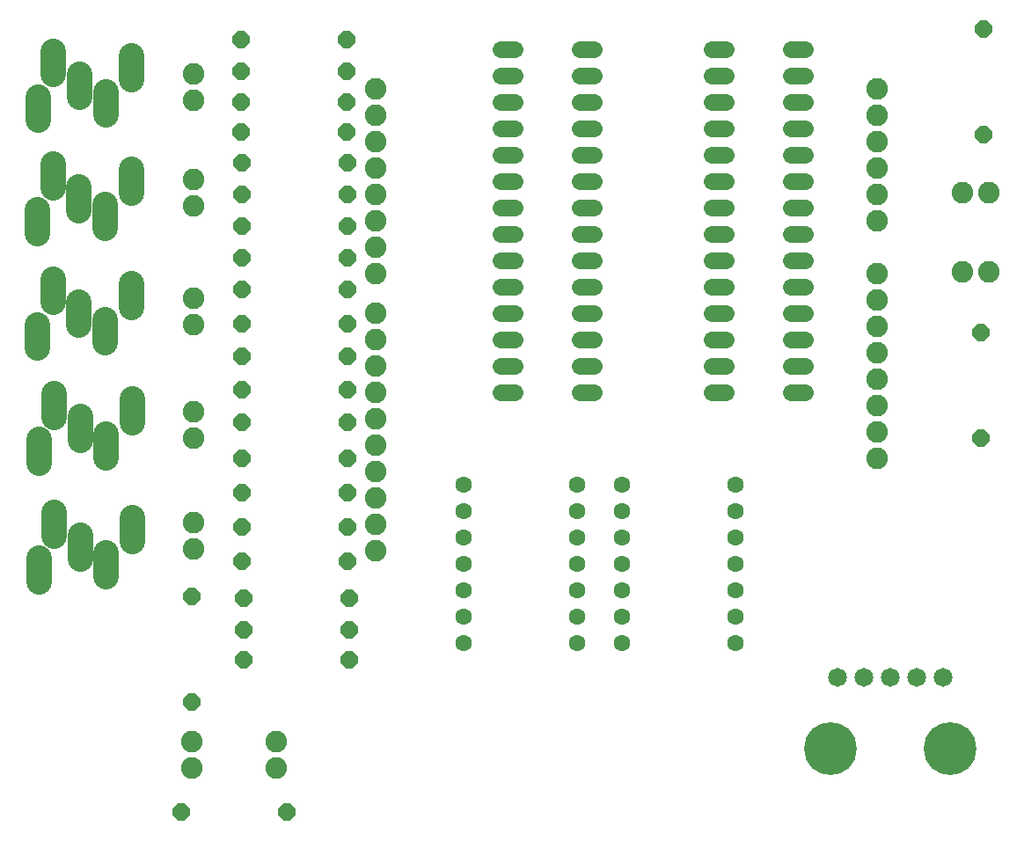
<source format=gbs>
G75*
%MOIN*%
%OFA0B0*%
%FSLAX25Y25*%
%IPPOS*%
%LPD*%
%AMOC8*
5,1,8,0,0,1.08239X$1,22.5*
%
%ADD10C,0.08200*%
%ADD11C,0.06400*%
%ADD12OC8,0.06400*%
%ADD13C,0.06294*%
%ADD14C,0.09658*%
%ADD15C,0.07137*%
%ADD16C,0.19993*%
D10*
X0085500Y0032500D03*
X0085500Y0042500D03*
X0117500Y0042500D03*
X0117500Y0032500D03*
X0086000Y0115500D03*
X0086000Y0125500D03*
X0086000Y0157500D03*
X0086000Y0167500D03*
X0086000Y0200500D03*
X0086000Y0210500D03*
X0086000Y0245500D03*
X0086000Y0255500D03*
X0086000Y0285500D03*
X0086000Y0295500D03*
X0155000Y0290000D03*
X0155000Y0280000D03*
X0155000Y0270000D03*
X0155000Y0260000D03*
X0155000Y0250000D03*
X0155000Y0240000D03*
X0155000Y0230000D03*
X0155000Y0220000D03*
X0155000Y0205000D03*
X0155000Y0195000D03*
X0155000Y0185000D03*
X0155000Y0175000D03*
X0155000Y0165000D03*
X0155000Y0155000D03*
X0155000Y0145000D03*
X0155000Y0135000D03*
X0155000Y0125000D03*
X0155000Y0115000D03*
X0345000Y0150000D03*
X0345000Y0160000D03*
X0345000Y0170000D03*
X0345000Y0180000D03*
X0345000Y0190000D03*
X0345000Y0200000D03*
X0345000Y0210000D03*
X0345000Y0220000D03*
X0345000Y0240000D03*
X0345000Y0250000D03*
X0345000Y0260000D03*
X0345000Y0270000D03*
X0345000Y0280000D03*
X0345000Y0290000D03*
X0377500Y0250500D03*
X0387500Y0250500D03*
X0387500Y0220500D03*
X0377500Y0220500D03*
D11*
X0317800Y0225000D02*
X0312200Y0225000D01*
X0312200Y0215000D02*
X0317800Y0215000D01*
X0317800Y0205000D02*
X0312200Y0205000D01*
X0312200Y0195000D02*
X0317800Y0195000D01*
X0317800Y0185000D02*
X0312200Y0185000D01*
X0312200Y0175000D02*
X0317800Y0175000D01*
X0287800Y0175000D02*
X0282200Y0175000D01*
X0282200Y0185000D02*
X0287800Y0185000D01*
X0287800Y0195000D02*
X0282200Y0195000D01*
X0282200Y0205000D02*
X0287800Y0205000D01*
X0287800Y0215000D02*
X0282200Y0215000D01*
X0282200Y0225000D02*
X0287800Y0225000D01*
X0287800Y0235000D02*
X0282200Y0235000D01*
X0282200Y0245000D02*
X0287800Y0245000D01*
X0287800Y0255000D02*
X0282200Y0255000D01*
X0282200Y0265000D02*
X0287800Y0265000D01*
X0287800Y0275000D02*
X0282200Y0275000D01*
X0282200Y0285000D02*
X0287800Y0285000D01*
X0287800Y0295000D02*
X0282200Y0295000D01*
X0282200Y0305000D02*
X0287800Y0305000D01*
X0312200Y0305000D02*
X0317800Y0305000D01*
X0317800Y0295000D02*
X0312200Y0295000D01*
X0312200Y0285000D02*
X0317800Y0285000D01*
X0317800Y0275000D02*
X0312200Y0275000D01*
X0312200Y0265000D02*
X0317800Y0265000D01*
X0317800Y0255000D02*
X0312200Y0255000D01*
X0312200Y0245000D02*
X0317800Y0245000D01*
X0317800Y0235000D02*
X0312200Y0235000D01*
X0237800Y0235000D02*
X0232200Y0235000D01*
X0232200Y0245000D02*
X0237800Y0245000D01*
X0237800Y0255000D02*
X0232200Y0255000D01*
X0232200Y0265000D02*
X0237800Y0265000D01*
X0237800Y0275000D02*
X0232200Y0275000D01*
X0232200Y0285000D02*
X0237800Y0285000D01*
X0237800Y0295000D02*
X0232200Y0295000D01*
X0232200Y0305000D02*
X0237800Y0305000D01*
X0207800Y0305000D02*
X0202200Y0305000D01*
X0202200Y0295000D02*
X0207800Y0295000D01*
X0207800Y0285000D02*
X0202200Y0285000D01*
X0202200Y0275000D02*
X0207800Y0275000D01*
X0207800Y0265000D02*
X0202200Y0265000D01*
X0202200Y0255000D02*
X0207800Y0255000D01*
X0207800Y0245000D02*
X0202200Y0245000D01*
X0202200Y0235000D02*
X0207800Y0235000D01*
X0207800Y0225000D02*
X0202200Y0225000D01*
X0202200Y0215000D02*
X0207800Y0215000D01*
X0207800Y0205000D02*
X0202200Y0205000D01*
X0202200Y0195000D02*
X0207800Y0195000D01*
X0207800Y0185000D02*
X0202200Y0185000D01*
X0202200Y0175000D02*
X0207800Y0175000D01*
X0232200Y0175000D02*
X0237800Y0175000D01*
X0237800Y0185000D02*
X0232200Y0185000D01*
X0232200Y0195000D02*
X0237800Y0195000D01*
X0237800Y0205000D02*
X0232200Y0205000D01*
X0232200Y0215000D02*
X0237800Y0215000D01*
X0237800Y0225000D02*
X0232200Y0225000D01*
D12*
X0081500Y0016000D03*
X0121500Y0016000D03*
X0085500Y0057500D03*
X0105000Y0073500D03*
X0105000Y0085000D03*
X0105000Y0097000D03*
X0104500Y0111000D03*
X0104500Y0124000D03*
X0104500Y0137000D03*
X0104500Y0150000D03*
X0104500Y0163500D03*
X0104500Y0176000D03*
X0104500Y0188500D03*
X0104500Y0201000D03*
X0104500Y0214000D03*
X0104500Y0226000D03*
X0104500Y0238000D03*
X0104500Y0250000D03*
X0104500Y0262000D03*
X0104000Y0273500D03*
X0104000Y0285000D03*
X0104000Y0296500D03*
X0104000Y0308500D03*
X0144000Y0308500D03*
X0144000Y0296500D03*
X0144000Y0285000D03*
X0144000Y0273500D03*
X0144500Y0262000D03*
X0144500Y0250000D03*
X0144500Y0238000D03*
X0144500Y0226000D03*
X0144500Y0214000D03*
X0144500Y0201000D03*
X0144500Y0188500D03*
X0144500Y0176000D03*
X0144500Y0163500D03*
X0144500Y0150000D03*
X0144500Y0137000D03*
X0144500Y0124000D03*
X0144500Y0111000D03*
X0145000Y0097000D03*
X0145000Y0085000D03*
X0145000Y0073500D03*
X0085500Y0097500D03*
X0384500Y0157500D03*
X0384500Y0197500D03*
X0385500Y0272500D03*
X0385500Y0312500D03*
D13*
X0291496Y0140000D03*
X0291496Y0130000D03*
X0291496Y0120000D03*
X0291496Y0110000D03*
X0291496Y0100000D03*
X0291496Y0090000D03*
X0291496Y0080000D03*
X0248504Y0080000D03*
X0248504Y0090000D03*
X0248504Y0100000D03*
X0248504Y0110000D03*
X0248504Y0120000D03*
X0248504Y0130000D03*
X0248504Y0140000D03*
X0231496Y0140000D03*
X0231496Y0130000D03*
X0231496Y0120000D03*
X0231496Y0110000D03*
X0231496Y0100000D03*
X0231496Y0090000D03*
X0231496Y0080000D03*
X0188504Y0080000D03*
X0188504Y0090000D03*
X0188504Y0100000D03*
X0188504Y0110000D03*
X0188504Y0120000D03*
X0188504Y0130000D03*
X0188504Y0140000D03*
D14*
X0062685Y0127622D02*
X0062685Y0118764D01*
X0052843Y0114236D02*
X0052843Y0105378D01*
X0043000Y0112071D02*
X0043000Y0120929D01*
X0033157Y0120732D02*
X0033157Y0129591D01*
X0027252Y0112268D02*
X0027252Y0103409D01*
X0027252Y0148409D02*
X0027252Y0157268D01*
X0033157Y0165732D02*
X0033157Y0174591D01*
X0043000Y0165929D02*
X0043000Y0157071D01*
X0052843Y0159236D02*
X0052843Y0150378D01*
X0062685Y0163764D02*
X0062685Y0172622D01*
X0052343Y0193878D02*
X0052343Y0202736D01*
X0062185Y0207264D02*
X0062185Y0216122D01*
X0042500Y0209429D02*
X0042500Y0200571D01*
X0032657Y0209232D02*
X0032657Y0218091D01*
X0026752Y0200768D02*
X0026752Y0191909D01*
X0026752Y0235409D02*
X0026752Y0244268D01*
X0032657Y0252732D02*
X0032657Y0261591D01*
X0042500Y0252929D02*
X0042500Y0244071D01*
X0052343Y0246236D02*
X0052343Y0237378D01*
X0062185Y0250764D02*
X0062185Y0259622D01*
X0052520Y0280224D02*
X0052520Y0289083D01*
X0062362Y0293610D02*
X0062362Y0302469D01*
X0042677Y0295776D02*
X0042677Y0286917D01*
X0032835Y0295579D02*
X0032835Y0304437D01*
X0026929Y0287114D02*
X0026929Y0278256D01*
D15*
X0330000Y0066969D03*
X0340000Y0066969D03*
X0350000Y0066969D03*
X0360000Y0066969D03*
X0370000Y0066969D03*
D16*
X0372638Y0040000D03*
X0327362Y0040000D03*
M02*

</source>
